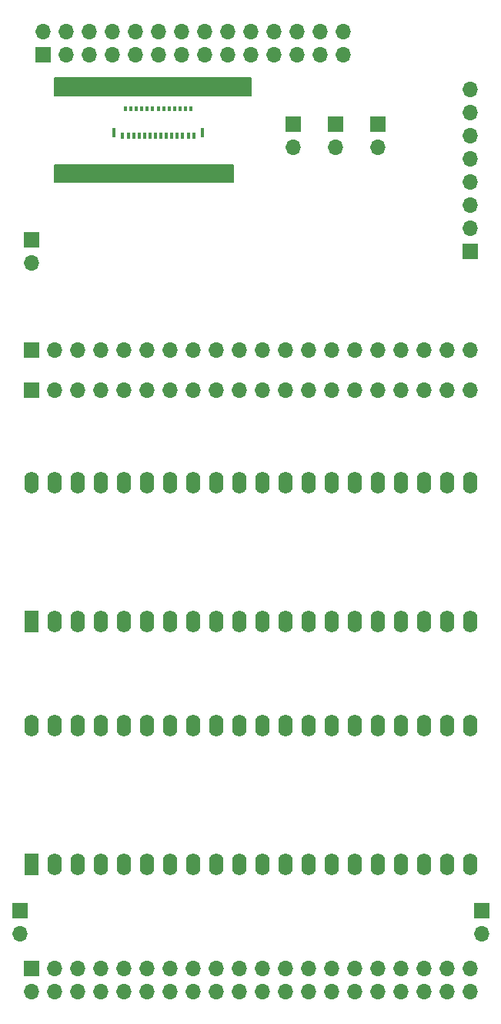
<source format=gbr>
%TF.GenerationSoftware,KiCad,Pcbnew,8.0.4-8.0.4-0~ubuntu24.04.1*%
%TF.CreationDate,2024-08-18T17:45:03-07:00*%
%TF.ProjectId,shadow_tracer,73686164-6f77-45f7-9472-616365722e6b,rev?*%
%TF.SameCoordinates,Original*%
%TF.FileFunction,Soldermask,Top*%
%TF.FilePolarity,Negative*%
%FSLAX46Y46*%
G04 Gerber Fmt 4.6, Leading zero omitted, Abs format (unit mm)*
G04 Created by KiCad (PCBNEW 8.0.4-8.0.4-0~ubuntu24.04.1) date 2024-08-18 17:45:03*
%MOMM*%
%LPD*%
G01*
G04 APERTURE LIST*
%ADD10C,0.200000*%
%ADD11R,1.700000X1.700000*%
%ADD12O,1.700000X1.700000*%
%ADD13R,1.600000X2.400000*%
%ADD14O,1.600000X2.400000*%
%ADD15R,0.355600X0.711200*%
%ADD16R,0.355600X0.558800*%
%ADD17R,0.406400X1.092200*%
G04 APERTURE END LIST*
D10*
X127762000Y-76327000D02*
X147447000Y-76327000D01*
X147447000Y-78232000D01*
X127762000Y-78232000D01*
X127762000Y-76327000D01*
G36*
X127762000Y-76327000D02*
G01*
X147447000Y-76327000D01*
X147447000Y-78232000D01*
X127762000Y-78232000D01*
X127762000Y-76327000D01*
G37*
X127762000Y-66802000D02*
X149352000Y-66802000D01*
X149352000Y-68707000D01*
X127762000Y-68707000D01*
X127762000Y-66802000D01*
G36*
X127762000Y-66802000D02*
G01*
X149352000Y-66802000D01*
X149352000Y-68707000D01*
X127762000Y-68707000D01*
X127762000Y-66802000D01*
G37*
D11*
%TO.C,J9*%
X163322000Y-71882000D03*
D12*
X163322000Y-74422000D03*
%TD*%
D11*
%TO.C,J8*%
X158672000Y-71882000D03*
D12*
X158672000Y-74422000D03*
%TD*%
D11*
%TO.C,J7*%
X154022000Y-71882000D03*
D12*
X154022000Y-74422000D03*
%TD*%
D11*
%TO.C,J6*%
X123952000Y-158242000D03*
D12*
X123952000Y-160782000D03*
%TD*%
D11*
%TO.C,J5*%
X125222000Y-84582000D03*
D12*
X125222000Y-87122000D03*
%TD*%
D11*
%TO.C,J4*%
X174752000Y-158242000D03*
D12*
X174752000Y-160782000D03*
%TD*%
D13*
%TO.C,SOCKET2*%
X125222000Y-153162000D03*
D14*
X127762000Y-153162000D03*
X130302000Y-153162000D03*
X132842000Y-153162000D03*
X135382000Y-153162000D03*
X137922000Y-153162000D03*
X140462000Y-153162000D03*
X143002000Y-153162000D03*
X145542000Y-153162000D03*
X148082000Y-153162000D03*
X150622000Y-153162000D03*
X153162000Y-153162000D03*
X155702000Y-153162000D03*
X158242000Y-153162000D03*
X160782000Y-153162000D03*
X163322000Y-153162000D03*
X165862000Y-153162000D03*
X168402000Y-153162000D03*
X170942000Y-153162000D03*
X173482000Y-153162000D03*
X173482000Y-137922000D03*
X170942000Y-137922000D03*
X168402000Y-137922000D03*
X165862000Y-137922000D03*
X163322000Y-137922000D03*
X160782000Y-137922000D03*
X158242000Y-137922000D03*
X155702000Y-137922000D03*
X153162000Y-137922000D03*
X150622000Y-137922000D03*
X148082000Y-137922000D03*
X145542000Y-137922000D03*
X143002000Y-137922000D03*
X140462000Y-137922000D03*
X137922000Y-137922000D03*
X135382000Y-137922000D03*
X132842000Y-137922000D03*
X130302000Y-137922000D03*
X127762000Y-137922000D03*
X125222000Y-137922000D03*
%TD*%
%TO.C,SOCKET1*%
X125227000Y-111257000D03*
X127767000Y-111257000D03*
X130307000Y-111257000D03*
X132847000Y-111257000D03*
X135387000Y-111257000D03*
X137927000Y-111257000D03*
X140467000Y-111257000D03*
X143007000Y-111257000D03*
X145547000Y-111257000D03*
X148087000Y-111257000D03*
X150627000Y-111257000D03*
X153167000Y-111257000D03*
X155707000Y-111257000D03*
X158247000Y-111257000D03*
X160787000Y-111257000D03*
X163327000Y-111257000D03*
X165867000Y-111257000D03*
X168407000Y-111257000D03*
X170947000Y-111257000D03*
X173487000Y-111257000D03*
X173487000Y-126497000D03*
X170947000Y-126497000D03*
X168407000Y-126497000D03*
X165867000Y-126497000D03*
X163327000Y-126497000D03*
X160787000Y-126497000D03*
X158247000Y-126497000D03*
X155707000Y-126497000D03*
X153167000Y-126497000D03*
X150627000Y-126497000D03*
X148087000Y-126497000D03*
X145547000Y-126497000D03*
X143007000Y-126497000D03*
X140467000Y-126497000D03*
X137927000Y-126497000D03*
X135387000Y-126497000D03*
X132847000Y-126497000D03*
X130307000Y-126497000D03*
X127767000Y-126497000D03*
D13*
X125227000Y-126497000D03*
%TD*%
D11*
%TO.C,J1*%
X173482000Y-85852000D03*
D12*
X173482000Y-83312000D03*
X173482000Y-80772000D03*
X173482000Y-78232000D03*
X173482000Y-75692000D03*
X173482000Y-73152000D03*
X173482000Y-70612000D03*
X173482000Y-68072000D03*
%TD*%
D11*
%TO.C,J3*%
X125222000Y-96647000D03*
D12*
X127762000Y-96647000D03*
X130302000Y-96647000D03*
X132842000Y-96647000D03*
X135382000Y-96647000D03*
X137922000Y-96647000D03*
X140462000Y-96647000D03*
X143002000Y-96647000D03*
X145542000Y-96647000D03*
X148082000Y-96647000D03*
X150622000Y-96647000D03*
X153162000Y-96647000D03*
X155702000Y-96647000D03*
X158242000Y-96647000D03*
X160782000Y-96647000D03*
X163322000Y-96647000D03*
X165862000Y-96647000D03*
X168402000Y-96647000D03*
X170942000Y-96647000D03*
X173482000Y-96647000D03*
%TD*%
D11*
%TO.C,J_EXT2*%
X126492000Y-64262000D03*
D12*
X126492000Y-61722000D03*
X129032000Y-64262000D03*
X129032000Y-61722000D03*
X131572000Y-64262000D03*
X131572000Y-61722000D03*
X134112000Y-64262000D03*
X134112000Y-61722000D03*
X136652000Y-64262000D03*
X136652000Y-61722000D03*
X139192000Y-64262000D03*
X139192000Y-61722000D03*
X141732000Y-64262000D03*
X141732000Y-61722000D03*
X144272000Y-64262000D03*
X144272000Y-61722000D03*
X146812000Y-64262000D03*
X146812000Y-61722000D03*
X149352000Y-64262000D03*
X149352000Y-61722000D03*
X151892000Y-64262000D03*
X151892000Y-61722000D03*
X154432000Y-64262000D03*
X154432000Y-61722000D03*
X156972000Y-64262000D03*
X156972000Y-61722000D03*
X159512000Y-64262000D03*
X159512000Y-61722000D03*
%TD*%
D15*
%TO.C,J_EXT1*%
X135292000Y-73152000D03*
D16*
X135592000Y-70136990D03*
D15*
X135891999Y-73152000D03*
D16*
X136192001Y-70136990D03*
D15*
X136492000Y-73152000D03*
D16*
X136792000Y-70136990D03*
D15*
X137091999Y-73152000D03*
D16*
X137392001Y-70136990D03*
D15*
X137692000Y-73152000D03*
D16*
X137992000Y-70136990D03*
D15*
X138291999Y-73152000D03*
D16*
X138592001Y-70136990D03*
D15*
X138892001Y-73152000D03*
D16*
X139192000Y-70136990D03*
D15*
X139491999Y-73152000D03*
D16*
X139792001Y-70136990D03*
D15*
X140092001Y-73152000D03*
D16*
X140392000Y-70136990D03*
D15*
X140692000Y-73152000D03*
D16*
X140992001Y-70136990D03*
D15*
X141292001Y-73152000D03*
D16*
X141592000Y-70136990D03*
D15*
X141892000Y-73152000D03*
D16*
X142192002Y-70136990D03*
D15*
X142492001Y-73152000D03*
D16*
X142792000Y-70136990D03*
D15*
X143092000Y-73152000D03*
D17*
X134316998Y-72785311D03*
X144067002Y-72785311D03*
%TD*%
D11*
%TO.C,CONN1*%
X125222000Y-164592000D03*
D12*
X125222000Y-167132000D03*
X127762000Y-164592000D03*
X127762000Y-167132000D03*
X130302000Y-164592000D03*
X130302000Y-167132000D03*
X132842000Y-164592000D03*
X132842000Y-167132000D03*
X135382000Y-164592000D03*
X135382000Y-167132000D03*
X137922000Y-164592000D03*
X137922000Y-167132000D03*
X140462000Y-164592000D03*
X140462000Y-167132000D03*
X143002000Y-164592000D03*
X143002000Y-167132000D03*
X145542000Y-164592000D03*
X145542000Y-167132000D03*
X148082000Y-164592000D03*
X148082000Y-167132000D03*
X150622000Y-164592000D03*
X150622000Y-167132000D03*
X153162000Y-164592000D03*
X153162000Y-167132000D03*
X155702000Y-164592000D03*
X155702000Y-167132000D03*
X158242000Y-164592000D03*
X158242000Y-167132000D03*
X160782000Y-164592000D03*
X160782000Y-167132000D03*
X163322000Y-164592000D03*
X163322000Y-167132000D03*
X165862000Y-164592000D03*
X165862000Y-167132000D03*
X168402000Y-164592000D03*
X168402000Y-167132000D03*
X170942000Y-164592000D03*
X170942000Y-167132000D03*
X173482000Y-164592000D03*
X173482000Y-167132000D03*
%TD*%
D11*
%TO.C,J2*%
X125222000Y-101092000D03*
D12*
X127762000Y-101092000D03*
X130302000Y-101092000D03*
X132842000Y-101092000D03*
X135382000Y-101092000D03*
X137922000Y-101092000D03*
X140462000Y-101092000D03*
X143002000Y-101092000D03*
X145542000Y-101092000D03*
X148082000Y-101092000D03*
X150622000Y-101092000D03*
X153162000Y-101092000D03*
X155702000Y-101092000D03*
X158242000Y-101092000D03*
X160782000Y-101092000D03*
X163322000Y-101092000D03*
X165862000Y-101092000D03*
X168402000Y-101092000D03*
X170942000Y-101092000D03*
X173482000Y-101092000D03*
%TD*%
M02*

</source>
